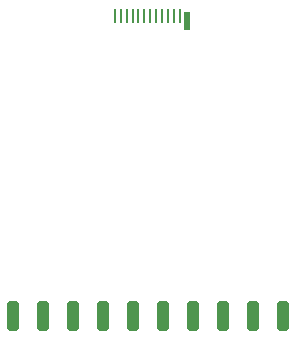
<source format=gbr>
%TF.GenerationSoftware,KiCad,Pcbnew,9.0.4*%
%TF.CreationDate,2025-09-23T00:44:44+02:00*%
%TF.ProjectId,rp2350_gpio_card,72703233-3530-45f6-9770-696f5f636172,X1*%
%TF.SameCoordinates,Original*%
%TF.FileFunction,Paste,Bot*%
%TF.FilePolarity,Positive*%
%FSLAX46Y46*%
G04 Gerber Fmt 4.6, Leading zero omitted, Abs format (unit mm)*
G04 Created by KiCad (PCBNEW 9.0.4) date 2025-09-23 00:44:44*
%MOMM*%
%LPD*%
G01*
G04 APERTURE LIST*
G04 Aperture macros list*
%AMRoundRect*
0 Rectangle with rounded corners*
0 $1 Rounding radius*
0 $2 $3 $4 $5 $6 $7 $8 $9 X,Y pos of 4 corners*
0 Add a 4 corners polygon primitive as box body*
4,1,4,$2,$3,$4,$5,$6,$7,$8,$9,$2,$3,0*
0 Add four circle primitives for the rounded corners*
1,1,$1+$1,$2,$3*
1,1,$1+$1,$4,$5*
1,1,$1+$1,$6,$7*
1,1,$1+$1,$8,$9*
0 Add four rect primitives between the rounded corners*
20,1,$1+$1,$2,$3,$4,$5,0*
20,1,$1+$1,$4,$5,$6,$7,0*
20,1,$1+$1,$6,$7,$8,$9,0*
20,1,$1+$1,$8,$9,$2,$3,0*%
G04 Aperture macros list end*
%ADD10R,0.600000X1.550000*%
%ADD11R,0.250000X1.300000*%
%ADD12RoundRect,0.250000X-0.250000X1.000000X-0.250000X-1.000000X0.250000X-1.000000X0.250000X1.000000X0*%
G04 APERTURE END LIST*
D10*
%TO.C,P1*%
X106900000Y-54575000D03*
D11*
X106250000Y-54150000D03*
X105750000Y-54150000D03*
X105250000Y-54150000D03*
X104750000Y-54150000D03*
X104250000Y-54150000D03*
X103750000Y-54150000D03*
X103250000Y-54150000D03*
X102750000Y-54150000D03*
X102250000Y-54150000D03*
X101750000Y-54150000D03*
X101250000Y-54150000D03*
X100750000Y-54150000D03*
%TD*%
D12*
%TO.C,J1*%
X92125183Y-79600000D03*
X94665183Y-79600000D03*
X97205183Y-79600000D03*
X99745183Y-79600000D03*
X102285183Y-79600000D03*
X104825183Y-79600000D03*
X107365183Y-79600000D03*
X109905183Y-79600000D03*
X112445183Y-79600000D03*
X114985183Y-79600000D03*
%TD*%
M02*

</source>
